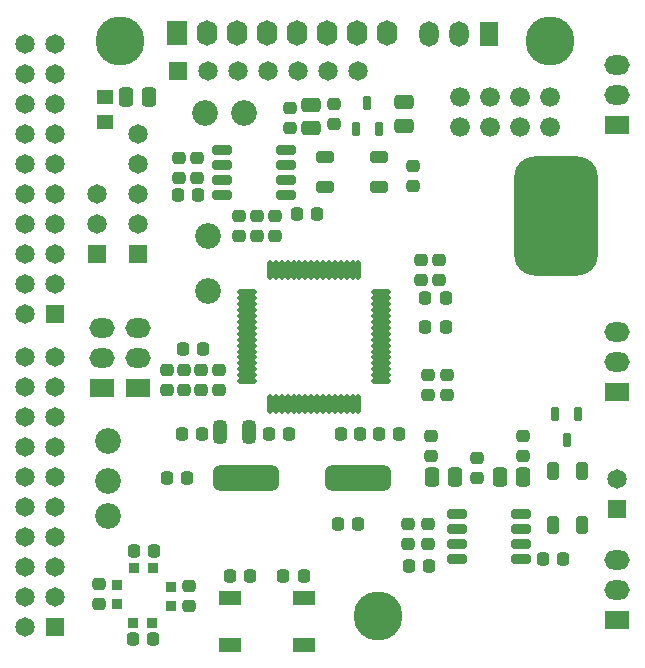
<source format=gts>
G04*
G04 #@! TF.GenerationSoftware,Altium Limited,Altium Designer,20.2.5 (213)*
G04*
G04 Layer_Color=8388736*
%FSLAX25Y25*%
%MOIN*%
G70*
G04*
G04 #@! TF.SameCoordinates,36CD812C-5D22-435A-9ACA-62E3915E2B62*
G04*
G04*
G04 #@! TF.FilePolarity,Negative*
G04*
G01*
G75*
G04:AMPARAMS|DCode=32|XSize=45.28mil|YSize=41.34mil|CornerRadius=11.81mil|HoleSize=0mil|Usage=FLASHONLY|Rotation=90.000|XOffset=0mil|YOffset=0mil|HoleType=Round|Shape=RoundedRectangle|*
%AMROUNDEDRECTD32*
21,1,0.04528,0.01772,0,0,90.0*
21,1,0.02165,0.04134,0,0,90.0*
1,1,0.02362,0.00886,0.01083*
1,1,0.02362,0.00886,-0.01083*
1,1,0.02362,-0.00886,-0.01083*
1,1,0.02362,-0.00886,0.01083*
%
%ADD32ROUNDEDRECTD32*%
G04:AMPARAMS|DCode=33|XSize=63.78mil|YSize=16.93mil|CornerRadius=4.33mil|HoleSize=0mil|Usage=FLASHONLY|Rotation=180.000|XOffset=0mil|YOffset=0mil|HoleType=Round|Shape=RoundedRectangle|*
%AMROUNDEDRECTD33*
21,1,0.06378,0.00827,0,0,180.0*
21,1,0.05512,0.01693,0,0,180.0*
1,1,0.00866,-0.02756,0.00413*
1,1,0.00866,0.02756,0.00413*
1,1,0.00866,0.02756,-0.00413*
1,1,0.00866,-0.02756,-0.00413*
%
%ADD33ROUNDEDRECTD33*%
G04:AMPARAMS|DCode=34|XSize=63.78mil|YSize=16.93mil|CornerRadius=4.33mil|HoleSize=0mil|Usage=FLASHONLY|Rotation=90.000|XOffset=0mil|YOffset=0mil|HoleType=Round|Shape=RoundedRectangle|*
%AMROUNDEDRECTD34*
21,1,0.06378,0.00827,0,0,90.0*
21,1,0.05512,0.01693,0,0,90.0*
1,1,0.00866,0.00413,0.02756*
1,1,0.00866,0.00413,-0.02756*
1,1,0.00866,-0.00413,-0.02756*
1,1,0.00866,-0.00413,0.02756*
%
%ADD34ROUNDEDRECTD34*%
G04:AMPARAMS|DCode=35|XSize=65.94mil|YSize=31.5mil|CornerRadius=9.35mil|HoleSize=0mil|Usage=FLASHONLY|Rotation=0.000|XOffset=0mil|YOffset=0mil|HoleType=Round|Shape=RoundedRectangle|*
%AMROUNDEDRECTD35*
21,1,0.06594,0.01280,0,0,0.0*
21,1,0.04724,0.03150,0,0,0.0*
1,1,0.01870,0.02362,-0.00640*
1,1,0.01870,-0.02362,-0.00640*
1,1,0.01870,-0.02362,0.00640*
1,1,0.01870,0.02362,0.00640*
%
%ADD35ROUNDEDRECTD35*%
G04:AMPARAMS|DCode=36|XSize=47.24mil|YSize=29.53mil|CornerRadius=8.86mil|HoleSize=0mil|Usage=FLASHONLY|Rotation=270.000|XOffset=0mil|YOffset=0mil|HoleType=Round|Shape=RoundedRectangle|*
%AMROUNDEDRECTD36*
21,1,0.04724,0.01181,0,0,270.0*
21,1,0.02953,0.02953,0,0,270.0*
1,1,0.01772,-0.00591,-0.01476*
1,1,0.01772,-0.00591,0.01476*
1,1,0.01772,0.00591,0.01476*
1,1,0.01772,0.00591,-0.01476*
%
%ADD36ROUNDEDRECTD36*%
G04:AMPARAMS|DCode=37|XSize=65.75mil|YSize=49.21mil|CornerRadius=13.78mil|HoleSize=0mil|Usage=FLASHONLY|Rotation=90.000|XOffset=0mil|YOffset=0mil|HoleType=Round|Shape=RoundedRectangle|*
%AMROUNDEDRECTD37*
21,1,0.06575,0.02165,0,0,90.0*
21,1,0.03819,0.04921,0,0,90.0*
1,1,0.02756,0.01083,0.01909*
1,1,0.02756,0.01083,-0.01909*
1,1,0.02756,-0.01083,-0.01909*
1,1,0.02756,-0.01083,0.01909*
%
%ADD37ROUNDEDRECTD37*%
G04:AMPARAMS|DCode=38|XSize=45.28mil|YSize=41.34mil|CornerRadius=11.81mil|HoleSize=0mil|Usage=FLASHONLY|Rotation=180.000|XOffset=0mil|YOffset=0mil|HoleType=Round|Shape=RoundedRectangle|*
%AMROUNDEDRECTD38*
21,1,0.04528,0.01772,0,0,180.0*
21,1,0.02165,0.04134,0,0,180.0*
1,1,0.02362,-0.01083,0.00886*
1,1,0.02362,0.01083,0.00886*
1,1,0.02362,0.01083,-0.00886*
1,1,0.02362,-0.01083,-0.00886*
%
%ADD38ROUNDEDRECTD38*%
G04:AMPARAMS|DCode=39|XSize=59.06mil|YSize=41.34mil|CornerRadius=11.81mil|HoleSize=0mil|Usage=FLASHONLY|Rotation=90.000|XOffset=0mil|YOffset=0mil|HoleType=Round|Shape=RoundedRectangle|*
%AMROUNDEDRECTD39*
21,1,0.05906,0.01772,0,0,90.0*
21,1,0.03543,0.04134,0,0,90.0*
1,1,0.02362,0.00886,0.01772*
1,1,0.02362,0.00886,-0.01772*
1,1,0.02362,-0.00886,-0.01772*
1,1,0.02362,-0.00886,0.01772*
%
%ADD39ROUNDEDRECTD39*%
G04:AMPARAMS|DCode=40|XSize=65.75mil|YSize=49.21mil|CornerRadius=13.78mil|HoleSize=0mil|Usage=FLASHONLY|Rotation=180.000|XOffset=0mil|YOffset=0mil|HoleType=Round|Shape=RoundedRectangle|*
%AMROUNDEDRECTD40*
21,1,0.06575,0.02165,0,0,180.0*
21,1,0.03819,0.04921,0,0,180.0*
1,1,0.02756,-0.01909,0.01083*
1,1,0.02756,0.01909,0.01083*
1,1,0.02756,0.01909,-0.01083*
1,1,0.02756,-0.01909,-0.01083*
%
%ADD40ROUNDEDRECTD40*%
G04:AMPARAMS|DCode=41|XSize=59.06mil|YSize=41.34mil|CornerRadius=11.81mil|HoleSize=0mil|Usage=FLASHONLY|Rotation=0.000|XOffset=0mil|YOffset=0mil|HoleType=Round|Shape=RoundedRectangle|*
%AMROUNDEDRECTD41*
21,1,0.05906,0.01772,0,0,0.0*
21,1,0.03543,0.04134,0,0,0.0*
1,1,0.02362,0.01772,-0.00886*
1,1,0.02362,-0.01772,-0.00886*
1,1,0.02362,-0.01772,0.00886*
1,1,0.02362,0.01772,0.00886*
%
%ADD41ROUNDEDRECTD41*%
%ADD42R,0.05709X0.04921*%
%ADD43R,0.07480X0.04724*%
%ADD44R,0.03740X0.03740*%
G04:AMPARAMS|DCode=45|XSize=397.7mil|YSize=279.59mil|CornerRadius=70.9mil|HoleSize=0mil|Usage=FLASHONLY|Rotation=270.000|XOffset=0mil|YOffset=0mil|HoleType=Round|Shape=RoundedRectangle|*
%AMROUNDEDRECTD45*
21,1,0.39770,0.13780,0,0,270.0*
21,1,0.25591,0.27959,0,0,270.0*
1,1,0.14179,-0.06890,-0.12795*
1,1,0.14179,-0.06890,0.12795*
1,1,0.14179,0.06890,0.12795*
1,1,0.14179,0.06890,-0.12795*
%
%ADD45ROUNDEDRECTD45*%
%ADD46R,0.03740X0.03740*%
G04:AMPARAMS|DCode=47|XSize=76.77mil|YSize=45.28mil|CornerRadius=12.8mil|HoleSize=0mil|Usage=FLASHONLY|Rotation=270.000|XOffset=0mil|YOffset=0mil|HoleType=Round|Shape=RoundedRectangle|*
%AMROUNDEDRECTD47*
21,1,0.07677,0.01968,0,0,270.0*
21,1,0.05118,0.04528,0,0,270.0*
1,1,0.02559,-0.00984,-0.02559*
1,1,0.02559,-0.00984,0.02559*
1,1,0.02559,0.00984,0.02559*
1,1,0.02559,0.00984,-0.02559*
%
%ADD47ROUNDEDRECTD47*%
G04:AMPARAMS|DCode=48|XSize=222.44mil|YSize=84.65mil|CornerRadius=22.64mil|HoleSize=0mil|Usage=FLASHONLY|Rotation=180.000|XOffset=0mil|YOffset=0mil|HoleType=Round|Shape=RoundedRectangle|*
%AMROUNDEDRECTD48*
21,1,0.22244,0.03937,0,0,180.0*
21,1,0.17717,0.08465,0,0,180.0*
1,1,0.04528,-0.08858,0.01968*
1,1,0.04528,0.08858,0.01968*
1,1,0.04528,0.08858,-0.01968*
1,1,0.04528,-0.08858,-0.01968*
%
%ADD48ROUNDEDRECTD48*%
%ADD49C,0.06496*%
%ADD50R,0.06496X0.06496*%
%ADD51C,0.06591*%
%ADD52R,0.06890X0.08465*%
%ADD53O,0.06890X0.08465*%
%ADD54C,0.08591*%
%ADD55R,0.08465X0.06496*%
%ADD56O,0.08465X0.06496*%
%ADD57R,0.06496X0.08465*%
%ADD58O,0.06496X0.08465*%
%ADD59C,0.16339*%
%ADD60R,0.06496X0.06496*%
%ADD61C,0.03740*%
D32*
X55020Y37008D02*
D03*
X48327D02*
D03*
X64468Y104232D02*
D03*
X71161D02*
D03*
X123425Y75758D02*
D03*
X117126D02*
D03*
X152067Y121063D02*
D03*
X145374D02*
D03*
X70876Y75758D02*
D03*
X64183D02*
D03*
X93120D02*
D03*
X99813D02*
D03*
X191142Y34055D02*
D03*
X184449D02*
D03*
X139813Y31919D02*
D03*
X146506D02*
D03*
X109213Y149311D02*
D03*
X102520D02*
D03*
X62894Y155512D02*
D03*
X69587D02*
D03*
X47933Y7382D02*
D03*
X54626D02*
D03*
X129945Y75758D02*
D03*
X136638D02*
D03*
X116269Y45790D02*
D03*
X122962D02*
D03*
X104724Y28543D02*
D03*
X98032D02*
D03*
X87008D02*
D03*
X80315D02*
D03*
X145374Y111516D02*
D03*
X152067D02*
D03*
X59065Y61270D02*
D03*
X65758D02*
D03*
D33*
X130591Y93504D02*
D03*
Y95472D02*
D03*
Y97441D02*
D03*
Y99410D02*
D03*
Y101378D02*
D03*
Y103347D02*
D03*
Y105315D02*
D03*
Y107283D02*
D03*
Y109252D02*
D03*
Y111221D02*
D03*
Y113189D02*
D03*
Y115157D02*
D03*
Y117126D02*
D03*
Y119095D02*
D03*
Y121063D02*
D03*
Y123031D02*
D03*
X85945D02*
D03*
Y121063D02*
D03*
Y119095D02*
D03*
Y117126D02*
D03*
Y115157D02*
D03*
Y113189D02*
D03*
Y111221D02*
D03*
Y109252D02*
D03*
Y107283D02*
D03*
Y105315D02*
D03*
Y103347D02*
D03*
Y101378D02*
D03*
Y99410D02*
D03*
Y97441D02*
D03*
Y95472D02*
D03*
Y93504D02*
D03*
D34*
X93504Y85945D02*
D03*
X95472D02*
D03*
X97441D02*
D03*
X99410D02*
D03*
X101378D02*
D03*
X103347D02*
D03*
X105315D02*
D03*
X107283D02*
D03*
X109252D02*
D03*
X111221D02*
D03*
X113189D02*
D03*
X115157D02*
D03*
X117126D02*
D03*
X119095D02*
D03*
X121063D02*
D03*
X123031D02*
D03*
Y130591D02*
D03*
X121063D02*
D03*
X119095D02*
D03*
X117126D02*
D03*
X115157D02*
D03*
X113189D02*
D03*
X111221D02*
D03*
X109252D02*
D03*
X107283D02*
D03*
X105315D02*
D03*
X103347D02*
D03*
X101378D02*
D03*
X99410D02*
D03*
X97441D02*
D03*
X95472D02*
D03*
X93504D02*
D03*
D35*
X77512Y170591D02*
D03*
Y165591D02*
D03*
Y160591D02*
D03*
Y155591D02*
D03*
X98866D02*
D03*
Y160591D02*
D03*
Y165591D02*
D03*
Y170591D02*
D03*
X177191Y49065D02*
D03*
Y44065D02*
D03*
Y39065D02*
D03*
Y34065D02*
D03*
X155837D02*
D03*
Y39065D02*
D03*
Y44065D02*
D03*
Y49065D02*
D03*
D36*
X196161Y82579D02*
D03*
X188681D02*
D03*
X192421Y73917D02*
D03*
X122244Y177362D02*
D03*
X129724D02*
D03*
X125984Y186024D02*
D03*
D37*
X177943Y61644D02*
D03*
X170069D02*
D03*
X147402Y61496D02*
D03*
X155276D02*
D03*
X53347Y188287D02*
D03*
X45472D02*
D03*
D38*
X162549Y67943D02*
D03*
Y61250D02*
D03*
X146221Y39065D02*
D03*
Y45758D02*
D03*
X139626Y39065D02*
D03*
Y45758D02*
D03*
X100197Y177756D02*
D03*
Y184449D02*
D03*
X141339Y165059D02*
D03*
Y158366D02*
D03*
X114764Y185728D02*
D03*
Y179035D02*
D03*
X63287Y161152D02*
D03*
Y167845D02*
D03*
X69291Y161152D02*
D03*
Y167845D02*
D03*
X36417Y19094D02*
D03*
Y25787D02*
D03*
X66535Y18602D02*
D03*
Y25295D02*
D03*
X149902Y127244D02*
D03*
Y133937D02*
D03*
X143799Y127244D02*
D03*
Y133937D02*
D03*
X146358Y95607D02*
D03*
Y88914D02*
D03*
X152657Y95607D02*
D03*
Y88914D02*
D03*
X76378Y90650D02*
D03*
Y97342D02*
D03*
X70571Y90650D02*
D03*
Y97342D02*
D03*
X64826Y90650D02*
D03*
Y97342D02*
D03*
X59055Y90650D02*
D03*
Y97342D02*
D03*
X89272Y141732D02*
D03*
Y148425D02*
D03*
X83071Y141732D02*
D03*
Y148425D02*
D03*
X95374Y141732D02*
D03*
Y148425D02*
D03*
X177845Y68356D02*
D03*
Y75049D02*
D03*
X147352Y68435D02*
D03*
Y75128D02*
D03*
D39*
X187854Y45445D02*
D03*
X197697D02*
D03*
Y63358D02*
D03*
X187854D02*
D03*
D40*
X138189Y186516D02*
D03*
Y178642D02*
D03*
X107283Y185630D02*
D03*
Y177756D02*
D03*
D41*
X111961Y168110D02*
D03*
Y158268D02*
D03*
X129874D02*
D03*
Y168110D02*
D03*
D42*
X38386Y188189D02*
D03*
Y179921D02*
D03*
D43*
X80315Y21260D02*
D03*
X104724D02*
D03*
X80216Y5512D02*
D03*
X104724D02*
D03*
D44*
X48327Y31102D02*
D03*
X54626D02*
D03*
X48031Y12992D02*
D03*
X54331D02*
D03*
D45*
X188779Y148524D02*
D03*
D46*
X60433Y18602D02*
D03*
Y24902D02*
D03*
X42421Y25591D02*
D03*
Y19291D02*
D03*
D47*
X76811Y76653D02*
D03*
X86654D02*
D03*
D48*
X85640Y61270D02*
D03*
X123041D02*
D03*
D49*
X11909Y205847D02*
D03*
X21910D02*
D03*
X11909Y195846D02*
D03*
X21910D02*
D03*
X11909Y185846D02*
D03*
X21910D02*
D03*
X11909Y175847D02*
D03*
X21910D02*
D03*
X11909Y165847D02*
D03*
X21910D02*
D03*
X11909Y155847D02*
D03*
X21910D02*
D03*
X11909Y145846D02*
D03*
X21910D02*
D03*
X11909Y135846D02*
D03*
X21910D02*
D03*
X11909Y125847D02*
D03*
X21910D02*
D03*
X11909Y115847D02*
D03*
X49528Y145768D02*
D03*
Y155768D02*
D03*
Y165768D02*
D03*
Y175768D02*
D03*
X209124Y60866D02*
D03*
X35787Y145709D02*
D03*
Y155709D02*
D03*
X122716Y196752D02*
D03*
X112716D02*
D03*
X102717D02*
D03*
X92716D02*
D03*
X72716D02*
D03*
X82717D02*
D03*
X11909Y11457D02*
D03*
X21910Y21457D02*
D03*
X11909D02*
D03*
X21910Y31457D02*
D03*
X11909D02*
D03*
X21910Y41457D02*
D03*
X11909D02*
D03*
X21910Y51457D02*
D03*
X11909D02*
D03*
X21910Y61457D02*
D03*
X11909D02*
D03*
X21910Y71457D02*
D03*
X11909D02*
D03*
X21910Y81457D02*
D03*
X11909D02*
D03*
X21910Y91457D02*
D03*
X11909D02*
D03*
X21910Y101457D02*
D03*
X11909D02*
D03*
D50*
X21910Y115847D02*
D03*
X49528Y135768D02*
D03*
X209124Y50866D02*
D03*
X35787Y135709D02*
D03*
X21910Y11457D02*
D03*
D51*
X156787Y178325D02*
D03*
Y188324D02*
D03*
X166787Y178325D02*
D03*
Y188324D02*
D03*
X176787Y178325D02*
D03*
Y188324D02*
D03*
X186787Y178325D02*
D03*
Y188324D02*
D03*
D52*
X62480Y209350D02*
D03*
D53*
X72480D02*
D03*
X82480D02*
D03*
X92480D02*
D03*
X102480D02*
D03*
X112480D02*
D03*
X122480D02*
D03*
X132480D02*
D03*
D54*
X72807Y141732D02*
D03*
Y123583D02*
D03*
X39488Y48356D02*
D03*
Y73484D02*
D03*
Y60226D02*
D03*
X84804Y182937D02*
D03*
X71969Y182913D02*
D03*
D55*
X209124Y13907D02*
D03*
X37500Y91280D02*
D03*
X209124Y178976D02*
D03*
X49606Y91280D02*
D03*
X209124Y89872D02*
D03*
D56*
Y23908D02*
D03*
Y33907D02*
D03*
X37500Y101279D02*
D03*
Y111279D02*
D03*
X209124Y188976D02*
D03*
Y198976D02*
D03*
X49606Y101279D02*
D03*
Y111279D02*
D03*
X209124Y99872D02*
D03*
Y109872D02*
D03*
D57*
X166663Y209311D02*
D03*
D58*
X156663D02*
D03*
X146663D02*
D03*
D59*
X186713Y206988D02*
D03*
X129478Y15325D02*
D03*
X43504Y206988D02*
D03*
D60*
X62717Y196752D02*
D03*
D61*
X197106Y164886D02*
D03*
X187657D02*
D03*
X197106Y160161D02*
D03*
X192382Y162524D02*
D03*
X187657Y160161D02*
D03*
X182933Y162524D02*
D03*
X178209Y160161D02*
D03*
X197106Y155437D02*
D03*
X192382Y157799D02*
D03*
X187657Y155437D02*
D03*
X182933Y157799D02*
D03*
X178209Y155437D02*
D03*
X197106Y150713D02*
D03*
X192382Y153075D02*
D03*
X187657Y150713D02*
D03*
X182933Y153075D02*
D03*
X178209Y150713D02*
D03*
X197106Y145988D02*
D03*
X192382Y148350D02*
D03*
X187657Y145988D02*
D03*
X182933Y148350D02*
D03*
X178209Y145988D02*
D03*
X197106Y141264D02*
D03*
X192382Y143626D02*
D03*
X187657Y141264D02*
D03*
X182933Y143626D02*
D03*
X178209Y141264D02*
D03*
X197106Y136539D02*
D03*
X192382Y138902D02*
D03*
X187657Y136539D02*
D03*
X182933Y138902D02*
D03*
X178209Y136539D02*
D03*
X197106Y131815D02*
D03*
X192382Y134177D02*
D03*
X187657Y131815D02*
D03*
X182933Y134177D02*
D03*
M02*

</source>
